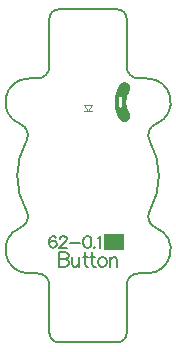
<source format=gto>
G04*
G04 #@! TF.GenerationSoftware,Altium Limited,Altium Designer,21.6.4 (81)*
G04*
G04 Layer_Color=65535*
%FSAX25Y25*%
%MOIN*%
G70*
G04*
G04 #@! TF.SameCoordinates,9A5FF030-8DC4-432F-A364-1BA2AF03453A*
G04*
G04*
G04 #@! TF.FilePolarity,Positive*
G04*
G01*
G75*
%ADD10C,0.00394*%
%ADD11C,0.00630*%
%ADD12R,0.06540X0.05709*%
%ADD13C,0.00787*%
G36*
X0008887Y0057379D02*
X0008899Y0057671D01*
X0008919Y0057963D01*
X0008947Y0058254D01*
X0008982Y0058545D01*
X0009025Y0058834D01*
X0009077Y0059122D01*
X0009136Y0059409D01*
X0009202Y0059693D01*
X0009277Y0059976D01*
X0009359Y0060257D01*
X0009449Y0060536D01*
X0009546Y0060812D01*
X0009650Y0061085D01*
X0009762Y0061355D01*
X0009882Y0061622D01*
X0010008Y0061886D01*
X0010142Y0062146D01*
X0010282Y0062403D01*
X0010429Y0062656D01*
X0010491Y0062755D01*
X0010491Y0062755D01*
X0010545Y0062839D01*
X0010615Y0062934D01*
X0010690Y0063024D01*
X0010770Y0063109D01*
X0010856Y0063190D01*
X0010946Y0063265D01*
X0011041Y0063335D01*
X0011139Y0063398D01*
X0011241Y0063456D01*
X0011347Y0063507D01*
X0011455Y0063552D01*
X0011566Y0063591D01*
X0011679Y0063622D01*
X0011794Y0063647D01*
X0011910Y0063665D01*
X0012027Y0063675D01*
X0012145Y0063679D01*
X0012262Y0063675D01*
X0012379Y0063665D01*
X0012495Y0063647D01*
X0012610Y0063622D01*
X0012723Y0063591D01*
X0012834Y0063552D01*
X0012942Y0063507D01*
X0013048Y0063456D01*
X0013150Y0063398D01*
X0013249Y0063335D01*
X0013343Y0063265D01*
X0013433Y0063190D01*
X0013519Y0063109D01*
X0013599Y0063024D01*
X0013674Y0062934D01*
X0013744Y0062839D01*
X0013808Y0062741D01*
X0013865Y0062638D01*
X0013917Y0062533D01*
X0013962Y0062424D01*
X0014000Y0062313D01*
X0014031Y0062200D01*
X0014056Y0062086D01*
X0014074Y0061970D01*
X0014084Y0061853D01*
X0014088Y0061735D01*
X0014084Y0061618D01*
X0014074Y0061501D01*
X0014056Y0061385D01*
X0014031Y0061270D01*
X0014000Y0061157D01*
X0013962Y0061046D01*
X0013917Y0060938D01*
X0013865Y0060832D01*
X0013808Y0060730D01*
X0013798Y0060716D01*
X0013798Y0060716D01*
X0013696Y0060544D01*
X0013586Y0060347D01*
X0013483Y0060145D01*
X0013386Y0059941D01*
X0013296Y0059733D01*
X0013213Y0059523D01*
X0013136Y0059310D01*
X0013067Y0059094D01*
X0013005Y0058877D01*
X0012950Y0058657D01*
X0012902Y0058436D01*
X0012862Y0058213D01*
X0012829Y0057989D01*
X0012803Y0057764D01*
X0012784Y0057539D01*
X0012773Y0057313D01*
X0012769Y0057087D01*
X0012773Y0056860D01*
X0012784Y0056634D01*
X0012803Y0056409D01*
X0012829Y0056184D01*
X0012862Y0055960D01*
X0012902Y0055737D01*
X0012950Y0055516D01*
X0013005Y0055297D01*
X0013067Y0055079D01*
X0013136Y0054864D01*
X0013213Y0054650D01*
X0013296Y0054440D01*
X0013386Y0054232D01*
X0013483Y0054028D01*
X0013586Y0053826D01*
X0013696Y0053629D01*
X0013811Y0053437D01*
X0013811Y0053438D01*
X0013824Y0053418D01*
X0013881Y0053316D01*
X0013932Y0053210D01*
X0013977Y0053101D01*
X0014016Y0052991D01*
X0014047Y0052877D01*
X0014072Y0052763D01*
X0014090Y0052647D01*
X0014100Y0052530D01*
X0014104Y0052412D01*
X0014100Y0052295D01*
X0014090Y0052178D01*
X0014072Y0052062D01*
X0014047Y0051947D01*
X0014016Y0051834D01*
X0013977Y0051723D01*
X0013932Y0051615D01*
X0013881Y0051509D01*
X0013823Y0051407D01*
X0013760Y0051308D01*
X0013690Y0051214D01*
X0013615Y0051124D01*
X0013534Y0051038D01*
X0013449Y0050958D01*
X0013359Y0050883D01*
X0013264Y0050813D01*
X0013166Y0050749D01*
X0013063Y0050692D01*
X0012958Y0050640D01*
X0012849Y0050595D01*
X0012739Y0050557D01*
X0012625Y0050525D01*
X0012511Y0050501D01*
X0012395Y0050483D01*
X0012278Y0050472D01*
X0012160Y0050469D01*
X0012043Y0050472D01*
X0011926Y0050483D01*
X0011810Y0050501D01*
X0011695Y0050525D01*
X0011582Y0050557D01*
X0011471Y0050595D01*
X0011363Y0050640D01*
X0011257Y0050692D01*
X0011155Y0050749D01*
X0011056Y0050813D01*
X0010962Y0050883D01*
X0010872Y0050958D01*
X0010786Y0051038D01*
X0010706Y0051124D01*
X0010631Y0051214D01*
X0010561Y0051308D01*
X0010510Y0051387D01*
X0010510Y0051387D01*
X0010429Y0051518D01*
X0010282Y0051770D01*
X0010142Y0052027D01*
X0010008Y0052287D01*
X0009882Y0052551D01*
X0009762Y0052818D01*
X0009650Y0053088D01*
X0009546Y0053362D01*
X0009449Y0053638D01*
X0009359Y0053916D01*
X0009277Y0054197D01*
X0009202Y0054480D01*
X0009136Y0054764D01*
X0009077Y0055051D01*
X0009025Y0055339D01*
X0008982Y0055628D01*
X0008946Y0055919D01*
X0008919Y0056210D01*
X0008899Y0056502D01*
X0008887Y0056794D01*
X0008883Y0057087D01*
X0008887Y0057379D01*
D02*
G37*
%LPC*%
G36*
X0010210Y0058253D02*
X0010211D01*
Y0055891D01*
X0010210D01*
X0010214Y0055821D01*
X0010226Y0055753D01*
X0010245Y0055687D01*
X0010271Y0055623D01*
X0010305Y0055563D01*
X0010345Y0055506D01*
X0010391Y0055454D01*
X0010442Y0055409D01*
X0010499Y0055368D01*
X0010559Y0055335D01*
X0010623Y0055309D01*
X0010689Y0055289D01*
X0010758Y0055278D01*
X0010827Y0055274D01*
X0010896Y0055278D01*
X0010964Y0055289D01*
X0011030Y0055309D01*
X0011094Y0055335D01*
X0011155Y0055368D01*
X0011211Y0055409D01*
X0011263Y0055454D01*
X0011309Y0055506D01*
X0011349Y0055563D01*
X0011382Y0055623D01*
X0011409Y0055687D01*
X0011428Y0055753D01*
X0011439Y0055821D01*
X0011443Y0055891D01*
X0011443D01*
Y0058253D01*
X0011443D01*
X0011439Y0058322D01*
X0011428Y0058390D01*
X0011409Y0058456D01*
X0011382Y0058520D01*
X0011349Y0058581D01*
X0011309Y0058637D01*
X0011263Y0058689D01*
X0011211Y0058735D01*
X0011155Y0058775D01*
X0011094Y0058808D01*
X0011030Y0058835D01*
X0010964Y0058854D01*
X0010896Y0058865D01*
X0010827Y0058869D01*
X0010758Y0058865D01*
X0010689Y0058854D01*
X0010623Y0058835D01*
X0010559Y0058808D01*
X0010499Y0058775D01*
X0010442Y0058735D01*
X0010391Y0058689D01*
X0010345Y0058637D01*
X0010305Y0058581D01*
X0010271Y0058520D01*
X0010245Y0058456D01*
X0010226Y0058390D01*
X0010214Y0058322D01*
X0010210Y0058253D01*
D02*
G37*
%LPD*%
D10*
X-0001476Y0054035D02*
X0001476D01*
X-0001476Y0056004D02*
X0001476D01*
X-0001476D02*
X0000000Y0054035D01*
X0001476Y0056004D01*
D11*
X-0010670Y0011844D02*
X-0010857Y0012218D01*
X-0011419Y0012406D01*
X-0011794D01*
X-0012357Y0012218D01*
X-0012731Y0011656D01*
X-0012919Y0010719D01*
Y0009782D01*
X-0012731Y0009032D01*
X-0012357Y0008657D01*
X-0011794Y0008470D01*
X-0011607D01*
X-0011045Y0008657D01*
X-0010670Y0009032D01*
X-0010482Y0009594D01*
Y0009782D01*
X-0010670Y0010344D01*
X-0011045Y0010719D01*
X-0011607Y0010906D01*
X-0011794D01*
X-0012357Y0010719D01*
X-0012731Y0010344D01*
X-0012919Y0009782D01*
X-0009433Y0011469D02*
Y0011656D01*
X-0009245Y0012031D01*
X-0009058Y0012218D01*
X-0008683Y0012406D01*
X-0007933D01*
X-0007558Y0012218D01*
X-0007371Y0012031D01*
X-0007183Y0011656D01*
Y0011281D01*
X-0007371Y0010906D01*
X-0007746Y0010344D01*
X-0009620Y0008470D01*
X-0006996D01*
X-0006115Y0010157D02*
X-0002741D01*
X-0000454Y0012406D02*
X-0001017Y0012218D01*
X-0001392Y0011656D01*
X-0001579Y0010719D01*
Y0010157D01*
X-0001392Y0009219D01*
X-0001017Y0008657D01*
X-0000454Y0008470D01*
X-0000079D01*
X0000483Y0008657D01*
X0000858Y0009219D01*
X0001045Y0010157D01*
Y0010719D01*
X0000858Y0011656D01*
X0000483Y0012218D01*
X-0000079Y0012406D01*
X-0000454D01*
X0002114Y0008845D02*
X0001926Y0008657D01*
X0002114Y0008470D01*
X0002301Y0008657D01*
X0002114Y0008845D01*
X0003163Y0011656D02*
X0003538Y0011844D01*
X0004100Y0012406D01*
Y0008470D01*
X-0009602Y0006979D02*
Y0002256D01*
Y0006979D02*
X-0007577D01*
X-0006903Y0006754D01*
X-0006678Y0006529D01*
X-0006453Y0006079D01*
Y0005630D01*
X-0006678Y0005180D01*
X-0006903Y0004955D01*
X-0007577Y0004730D01*
X-0009602D02*
X-0007577D01*
X-0006903Y0004505D01*
X-0006678Y0004280D01*
X-0006453Y0003830D01*
Y0003155D01*
X-0006678Y0002706D01*
X-0006903Y0002481D01*
X-0007577Y0002256D01*
X-0009602D01*
X-0005396Y0005405D02*
Y0003155D01*
X-0005171Y0002481D01*
X-0004721Y0002256D01*
X-0004046D01*
X-0003596Y0002481D01*
X-0002922Y0003155D01*
Y0005405D02*
Y0002256D01*
X-0001010Y0006979D02*
Y0003155D01*
X-0000785Y0002481D01*
X-0000335Y0002256D01*
X0000115D01*
X-0001685Y0005405D02*
X-0000110D01*
X0001464Y0006979D02*
Y0003155D01*
X0001689Y0002481D01*
X0002139Y0002256D01*
X0002589D01*
X0000790Y0005405D02*
X0002364D01*
X0004388D02*
X0003938Y0005180D01*
X0003489Y0004730D01*
X0003264Y0004055D01*
Y0003605D01*
X0003489Y0002930D01*
X0003938Y0002481D01*
X0004388Y0002256D01*
X0005063D01*
X0005513Y0002481D01*
X0005963Y0002930D01*
X0006188Y0003605D01*
Y0004055D01*
X0005963Y0004730D01*
X0005513Y0005180D01*
X0005063Y0005405D01*
X0004388D01*
X0007222D02*
Y0002256D01*
Y0004505D02*
X0007897Y0005180D01*
X0008347Y0005405D01*
X0009022D01*
X0009472Y0005180D01*
X0009697Y0004505D01*
Y0002256D01*
D12*
X0008640Y0010433D02*
D03*
D13*
X0022543Y0049747D02*
G03*
X0020547Y0044135I0001428J-0003669D01*
G01*
X-0012874Y-0019882D02*
G03*
X-0009724Y-0023031I0003145J-0000004D01*
G01*
X0020547Y0020825D02*
G03*
X0020547Y0044135I-0020547J0011655D01*
G01*
X-0016811Y0064961D02*
G03*
X-0012874Y0068898I-0000001J0003938D01*
G01*
Y-0003937D02*
G03*
X-0016811Y0000000I-0003938J-0000001D01*
G01*
X-0009724Y0087992D02*
G03*
X-0012874Y0084842I-0000004J-0003145D01*
G01*
X0020547Y0020825D02*
G03*
X0022543Y0015214I0003424J-0001942D01*
G01*
X-0022543Y0015214D02*
G03*
X-0019488Y0000000I0002857J-0007340D01*
G01*
X0012874Y0084842D02*
G03*
X0009724Y0087992I-0003145J0000004D01*
G01*
X0019488Y0000000D02*
G03*
X0022543Y0015214I0000197J0007874D01*
G01*
X-0022543D02*
G03*
X-0020547Y0020825I-0001428J0003669D01*
G01*
X0012874Y0068898D02*
G03*
X0016811Y0064961I0003938J0000001D01*
G01*
Y0000000D02*
G03*
X0012874Y-0003937I0000001J-0003938D01*
G01*
X-0019488Y0064961D02*
G03*
X-0022543Y0049747I-0000197J-0007874D01*
G01*
X-0020547Y0044135D02*
G03*
X-0020547Y0020825I0020547J-0011655D01*
G01*
X0022543Y0049747D02*
G03*
X0019488Y0064961I-0002858J0007340D01*
G01*
X-0020547Y0044135D02*
G03*
X-0022543Y0049747I-0003424J0001942D01*
G01*
X0009724Y-0023031D02*
G03*
X0012874Y-0019882I0000004J0003145D01*
G01*
X-0019488Y0064961D02*
X-0016811D01*
X0012874Y-0019882D02*
Y-0003937D01*
X-0012874Y0068898D02*
Y0084842D01*
X-0009724Y-0023031D02*
X0009724D01*
X-0009724Y0087992D02*
X0009724D01*
X-0012874Y-0019882D02*
Y-0003937D01*
X0012874Y0068898D02*
Y0084842D01*
X-0019488Y0000000D02*
X-0016811D01*
X0016811Y0064961D02*
X0019488D01*
X0016811Y0000000D02*
X0019488D01*
M02*

</source>
